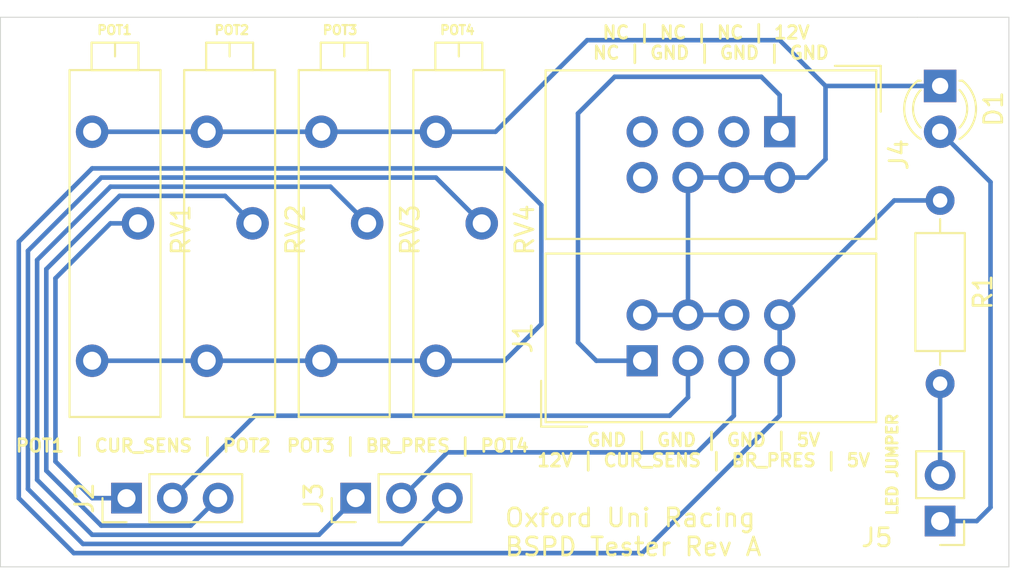
<source format=kicad_pcb>
(kicad_pcb (version 20171130) (host pcbnew 5.1.10)

  (general
    (thickness 1.6)
    (drawings 15)
    (tracks 80)
    (zones 0)
    (modules 11)
    (nets 12)
  )

  (page A4)
  (layers
    (0 F.Cu signal)
    (31 B.Cu signal)
    (32 B.Adhes user)
    (33 F.Adhes user)
    (34 B.Paste user)
    (35 F.Paste user)
    (36 B.SilkS user)
    (37 F.SilkS user)
    (38 B.Mask user)
    (39 F.Mask user)
    (40 Dwgs.User user)
    (41 Cmts.User user)
    (42 Eco1.User user)
    (43 Eco2.User user)
    (44 Edge.Cuts user)
    (45 Margin user)
    (46 B.CrtYd user)
    (47 F.CrtYd user)
    (48 B.Fab user)
    (49 F.Fab user)
  )

  (setup
    (last_trace_width 0.254)
    (trace_clearance 0.254)
    (zone_clearance 0.254)
    (zone_45_only no)
    (trace_min 0.2)
    (via_size 0.8)
    (via_drill 0.4)
    (via_min_size 0.4)
    (via_min_drill 0.3)
    (uvia_size 0.3)
    (uvia_drill 0.1)
    (uvias_allowed no)
    (uvia_min_size 0.2)
    (uvia_min_drill 0.1)
    (edge_width 0.05)
    (segment_width 0.2)
    (pcb_text_width 0.3)
    (pcb_text_size 1.5 1.5)
    (mod_edge_width 0.12)
    (mod_text_size 1 1)
    (mod_text_width 0.15)
    (pad_size 1.524 1.524)
    (pad_drill 0.762)
    (pad_to_mask_clearance 0.051)
    (solder_mask_min_width 0.25)
    (aux_axis_origin 0 0)
    (visible_elements FFFFFF7F)
    (pcbplotparams
      (layerselection 0x01000_fffffffe)
      (usegerberextensions false)
      (usegerberattributes false)
      (usegerberadvancedattributes false)
      (creategerberjobfile false)
      (excludeedgelayer true)
      (linewidth 0.100000)
      (plotframeref false)
      (viasonmask false)
      (mode 1)
      (useauxorigin false)
      (hpglpennumber 1)
      (hpglpenspeed 20)
      (hpglpendiameter 15.000000)
      (psnegative false)
      (psa4output false)
      (plotreference true)
      (plotvalue true)
      (plotinvisibletext false)
      (padsonsilk false)
      (subtractmaskfromsilk false)
      (outputformat 1)
      (mirror false)
      (drillshape 0)
      (scaleselection 1)
      (outputdirectory "gerber"))
  )

  (net 0 "")
  (net 1 /5V)
  (net 2 GND)
  (net 3 /BR_PRES)
  (net 4 /CUR_SENS)
  (net 5 /12V)
  (net 6 "Net-(J2-Pad3)")
  (net 7 "Net-(J2-Pad1)")
  (net 8 "Net-(J3-Pad3)")
  (net 9 "Net-(J3-Pad1)")
  (net 10 "Net-(D1-Pad2)")
  (net 11 "Net-(J5-Pad2)")

  (net_class Default "This is the default net class."
    (clearance 0.254)
    (trace_width 0.254)
    (via_dia 0.8)
    (via_drill 0.4)
    (uvia_dia 0.3)
    (uvia_drill 0.1)
    (add_net /12V)
    (add_net /5V)
    (add_net /BR_PRES)
    (add_net /CUR_SENS)
    (add_net GND)
    (add_net "Net-(D1-Pad2)")
    (add_net "Net-(J2-Pad1)")
    (add_net "Net-(J2-Pad3)")
    (add_net "Net-(J3-Pad1)")
    (add_net "Net-(J3-Pad3)")
    (add_net "Net-(J5-Pad2)")
  )

  (module Connector_PinHeader_2.54mm:PinHeader_1x02_P2.54mm_Vertical (layer F.Cu) (tedit 59FED5CC) (tstamp 5E380714)
    (at 95.25 100.33 180)
    (descr "Through hole straight pin header, 1x02, 2.54mm pitch, single row")
    (tags "Through hole pin header THT 1x02 2.54mm single row")
    (path /5E3A148D)
    (fp_text reference J5 (at 3.5 -0.92) (layer F.SilkS)
      (effects (font (size 1 1) (thickness 0.15)))
    )
    (fp_text value Conn_01x02 (at 0 4.87) (layer F.Fab)
      (effects (font (size 1 1) (thickness 0.15)))
    )
    (fp_line (start -0.635 -1.27) (end 1.27 -1.27) (layer F.Fab) (width 0.1))
    (fp_line (start 1.27 -1.27) (end 1.27 3.81) (layer F.Fab) (width 0.1))
    (fp_line (start 1.27 3.81) (end -1.27 3.81) (layer F.Fab) (width 0.1))
    (fp_line (start -1.27 3.81) (end -1.27 -0.635) (layer F.Fab) (width 0.1))
    (fp_line (start -1.27 -0.635) (end -0.635 -1.27) (layer F.Fab) (width 0.1))
    (fp_line (start -1.33 3.87) (end 1.33 3.87) (layer F.SilkS) (width 0.12))
    (fp_line (start -1.33 1.27) (end -1.33 3.87) (layer F.SilkS) (width 0.12))
    (fp_line (start 1.33 1.27) (end 1.33 3.87) (layer F.SilkS) (width 0.12))
    (fp_line (start -1.33 1.27) (end 1.33 1.27) (layer F.SilkS) (width 0.12))
    (fp_line (start -1.33 0) (end -1.33 -1.33) (layer F.SilkS) (width 0.12))
    (fp_line (start -1.33 -1.33) (end 0 -1.33) (layer F.SilkS) (width 0.12))
    (fp_line (start -1.8 -1.8) (end -1.8 4.35) (layer F.CrtYd) (width 0.05))
    (fp_line (start -1.8 4.35) (end 1.8 4.35) (layer F.CrtYd) (width 0.05))
    (fp_line (start 1.8 4.35) (end 1.8 -1.8) (layer F.CrtYd) (width 0.05))
    (fp_line (start 1.8 -1.8) (end -1.8 -1.8) (layer F.CrtYd) (width 0.05))
    (fp_text user %R (at 0 1.27 90) (layer F.Fab)
      (effects (font (size 1 1) (thickness 0.15)))
    )
    (pad 2 thru_hole oval (at 0 2.54 180) (size 1.7 1.7) (drill 1) (layers *.Cu *.Mask)
      (net 11 "Net-(J5-Pad2)"))
    (pad 1 thru_hole rect (at 0 0 180) (size 1.7 1.7) (drill 1) (layers *.Cu *.Mask)
      (net 10 "Net-(D1-Pad2)"))
    (model ${KISYS3DMOD}/Connector_PinHeader_2.54mm.3dshapes/PinHeader_1x02_P2.54mm_Vertical.wrl
      (at (xyz 0 0 0))
      (scale (xyz 1 1 1))
      (rotate (xyz 0 0 0))
    )
  )

  (module Resistor_THT:R_Axial_DIN0207_L6.3mm_D2.5mm_P10.16mm_Horizontal (layer F.Cu) (tedit 5AE5139B) (tstamp 5E3813C0)
    (at 95.25 82.55 270)
    (descr "Resistor, Axial_DIN0207 series, Axial, Horizontal, pin pitch=10.16mm, 0.25W = 1/4W, length*diameter=6.3*2.5mm^2, http://cdn-reichelt.de/documents/datenblatt/B400/1_4W%23YAG.pdf")
    (tags "Resistor Axial_DIN0207 series Axial Horizontal pin pitch 10.16mm 0.25W = 1/4W length 6.3mm diameter 2.5mm")
    (path /5E3AFB23)
    (fp_text reference R1 (at 5.08 -2.37 90) (layer F.SilkS)
      (effects (font (size 1 1) (thickness 0.15)))
    )
    (fp_text value 470 (at 5.08 2.37 90) (layer F.Fab)
      (effects (font (size 1 1) (thickness 0.15)))
    )
    (fp_line (start 1.93 -1.25) (end 1.93 1.25) (layer F.Fab) (width 0.1))
    (fp_line (start 1.93 1.25) (end 8.23 1.25) (layer F.Fab) (width 0.1))
    (fp_line (start 8.23 1.25) (end 8.23 -1.25) (layer F.Fab) (width 0.1))
    (fp_line (start 8.23 -1.25) (end 1.93 -1.25) (layer F.Fab) (width 0.1))
    (fp_line (start 0 0) (end 1.93 0) (layer F.Fab) (width 0.1))
    (fp_line (start 10.16 0) (end 8.23 0) (layer F.Fab) (width 0.1))
    (fp_line (start 1.81 -1.37) (end 1.81 1.37) (layer F.SilkS) (width 0.12))
    (fp_line (start 1.81 1.37) (end 8.35 1.37) (layer F.SilkS) (width 0.12))
    (fp_line (start 8.35 1.37) (end 8.35 -1.37) (layer F.SilkS) (width 0.12))
    (fp_line (start 8.35 -1.37) (end 1.81 -1.37) (layer F.SilkS) (width 0.12))
    (fp_line (start 1.04 0) (end 1.81 0) (layer F.SilkS) (width 0.12))
    (fp_line (start 9.12 0) (end 8.35 0) (layer F.SilkS) (width 0.12))
    (fp_line (start -1.05 -1.5) (end -1.05 1.5) (layer F.CrtYd) (width 0.05))
    (fp_line (start -1.05 1.5) (end 11.21 1.5) (layer F.CrtYd) (width 0.05))
    (fp_line (start 11.21 1.5) (end 11.21 -1.5) (layer F.CrtYd) (width 0.05))
    (fp_line (start 11.21 -1.5) (end -1.05 -1.5) (layer F.CrtYd) (width 0.05))
    (fp_text user %R (at 5.08 0 90) (layer F.Fab)
      (effects (font (size 1 1) (thickness 0.15)))
    )
    (pad 2 thru_hole oval (at 10.16 0 270) (size 1.6 1.6) (drill 0.8) (layers *.Cu *.Mask)
      (net 11 "Net-(J5-Pad2)"))
    (pad 1 thru_hole circle (at 0 0 270) (size 1.6 1.6) (drill 0.8) (layers *.Cu *.Mask)
      (net 1 /5V))
    (model ${KISYS3DMOD}/Resistor_THT.3dshapes/R_Axial_DIN0207_L6.3mm_D2.5mm_P10.16mm_Horizontal.wrl
      (at (xyz 0 0 0))
      (scale (xyz 1 1 1))
      (rotate (xyz 0 0 0))
    )
  )

  (module LED_THT:LED_D3.0mm (layer F.Cu) (tedit 587A3A7B) (tstamp 5E380612)
    (at 95.25 76.2 270)
    (descr "LED, diameter 3.0mm, 2 pins")
    (tags "LED diameter 3.0mm 2 pins")
    (path /5E3B0720)
    (fp_text reference D1 (at 1.27 -2.96 90) (layer F.SilkS)
      (effects (font (size 1 1) (thickness 0.15)))
    )
    (fp_text value LED (at 1.27 2.96 90) (layer F.Fab)
      (effects (font (size 1 1) (thickness 0.15)))
    )
    (fp_circle (center 1.27 0) (end 2.77 0) (layer F.Fab) (width 0.1))
    (fp_line (start -0.23 -1.16619) (end -0.23 1.16619) (layer F.Fab) (width 0.1))
    (fp_line (start -0.29 -1.236) (end -0.29 -1.08) (layer F.SilkS) (width 0.12))
    (fp_line (start -0.29 1.08) (end -0.29 1.236) (layer F.SilkS) (width 0.12))
    (fp_line (start -1.15 -2.25) (end -1.15 2.25) (layer F.CrtYd) (width 0.05))
    (fp_line (start -1.15 2.25) (end 3.7 2.25) (layer F.CrtYd) (width 0.05))
    (fp_line (start 3.7 2.25) (end 3.7 -2.25) (layer F.CrtYd) (width 0.05))
    (fp_line (start 3.7 -2.25) (end -1.15 -2.25) (layer F.CrtYd) (width 0.05))
    (fp_arc (start 1.27 0) (end 0.229039 1.08) (angle -87.9) (layer F.SilkS) (width 0.12))
    (fp_arc (start 1.27 0) (end 0.229039 -1.08) (angle 87.9) (layer F.SilkS) (width 0.12))
    (fp_arc (start 1.27 0) (end -0.29 1.235516) (angle -108.8) (layer F.SilkS) (width 0.12))
    (fp_arc (start 1.27 0) (end -0.29 -1.235516) (angle 108.8) (layer F.SilkS) (width 0.12))
    (fp_arc (start 1.27 0) (end -0.23 -1.16619) (angle 284.3) (layer F.Fab) (width 0.1))
    (pad 2 thru_hole circle (at 2.54 0 270) (size 1.8 1.8) (drill 0.9) (layers *.Cu *.Mask)
      (net 10 "Net-(D1-Pad2)"))
    (pad 1 thru_hole rect (at 0 0 270) (size 1.8 1.8) (drill 0.9) (layers *.Cu *.Mask)
      (net 2 GND))
    (model ${KISYS3DMOD}/LED_THT.3dshapes/LED_D3.0mm.wrl
      (at (xyz 0 0 0))
      (scale (xyz 1 1 1))
      (rotate (xyz 0 0 0))
    )
  )

  (module Potentiometer_THT:Potentiometer_Vishay_43_Horizontal (layer F.Cu) (tedit 5A3D4994) (tstamp 5E37D249)
    (at 67.31 91.44 270)
    (descr "Potentiometer, horizontal, Vishay 43, http://www.vishay.com/docs/57026/43.pdf")
    (tags "Potentiometer horizontal Vishay 43")
    (path /5E37CA1F)
    (fp_text reference RV4 (at -7.26 -4.92 90) (layer F.SilkS)
      (effects (font (size 1 1) (thickness 0.15)))
    )
    (fp_text value R_POT (at -7.26 2.38 90) (layer F.Fab)
      (effects (font (size 1 1) (thickness 0.15)))
    )
    (fp_line (start -16 -3.67) (end -16 1.13) (layer F.Fab) (width 0.1))
    (fp_line (start -16 1.13) (end 3 1.13) (layer F.Fab) (width 0.1))
    (fp_line (start 3 1.13) (end 3 -3.67) (layer F.Fab) (width 0.1))
    (fp_line (start 3 -3.67) (end -16 -3.67) (layer F.Fab) (width 0.1))
    (fp_line (start -17.52 -2.45) (end -17.52 -0.09) (layer F.Fab) (width 0.1))
    (fp_line (start -17.52 -0.09) (end -16 -0.09) (layer F.Fab) (width 0.1))
    (fp_line (start -16 -0.09) (end -16 -2.45) (layer F.Fab) (width 0.1))
    (fp_line (start -16 -2.45) (end -17.52 -2.45) (layer F.Fab) (width 0.1))
    (fp_line (start -17.52 -1.27) (end -16.76 -1.27) (layer F.Fab) (width 0.1))
    (fp_line (start -16.12 -3.79) (end 3.12 -3.79) (layer F.SilkS) (width 0.12))
    (fp_line (start -16.12 1.25) (end 3.12 1.25) (layer F.SilkS) (width 0.12))
    (fp_line (start -16.12 -3.79) (end -16.12 1.25) (layer F.SilkS) (width 0.12))
    (fp_line (start 3.12 -3.79) (end 3.12 1.25) (layer F.SilkS) (width 0.12))
    (fp_line (start -17.64 -2.57) (end -16.121 -2.57) (layer F.SilkS) (width 0.12))
    (fp_line (start -17.64 0.03) (end -16.121 0.03) (layer F.SilkS) (width 0.12))
    (fp_line (start -17.64 -2.57) (end -17.64 0.03) (layer F.SilkS) (width 0.12))
    (fp_line (start -16.121 -2.57) (end -16.121 0.03) (layer F.SilkS) (width 0.12))
    (fp_line (start -17.64 -1.27) (end -16.881 -1.27) (layer F.SilkS) (width 0.12))
    (fp_line (start -17.8 -3.95) (end -17.8 1.4) (layer F.CrtYd) (width 0.05))
    (fp_line (start -17.8 1.4) (end 3.25 1.4) (layer F.CrtYd) (width 0.05))
    (fp_line (start 3.25 1.4) (end 3.25 -3.95) (layer F.CrtYd) (width 0.05))
    (fp_line (start 3.25 -3.95) (end -17.8 -3.95) (layer F.CrtYd) (width 0.05))
    (fp_text user %R (at -6.5 -1.27 90) (layer F.Fab)
      (effects (font (size 1 1) (thickness 0.15)))
    )
    (pad 3 thru_hole circle (at -12.7 0 270) (size 1.8 1.8) (drill 1) (layers *.Cu *.Mask)
      (net 2 GND))
    (pad 2 thru_hole circle (at -7.62 -2.54 270) (size 1.8 1.8) (drill 1) (layers *.Cu *.Mask)
      (net 8 "Net-(J3-Pad3)"))
    (pad 1 thru_hole circle (at 0 0 270) (size 1.8 1.8) (drill 1) (layers *.Cu *.Mask)
      (net 1 /5V))
    (model ${KISYS3DMOD}/Potentiometer_THT.3dshapes/Potentiometer_Vishay_43_Horizontal.wrl
      (at (xyz 0 0 0))
      (scale (xyz 1 1 1))
      (rotate (xyz 0 0 0))
    )
  )

  (module Potentiometer_THT:Potentiometer_Vishay_43_Horizontal (layer F.Cu) (tedit 5A3D4994) (tstamp 5E37C725)
    (at 60.96 91.44 270)
    (descr "Potentiometer, horizontal, Vishay 43, http://www.vishay.com/docs/57026/43.pdf")
    (tags "Potentiometer horizontal Vishay 43")
    (path /5E37CA19)
    (fp_text reference RV3 (at -7.26 -4.92 90) (layer F.SilkS)
      (effects (font (size 1 1) (thickness 0.15)))
    )
    (fp_text value R_POT (at -7.26 2.38 90) (layer F.Fab)
      (effects (font (size 1 1) (thickness 0.15)))
    )
    (fp_line (start -16 -3.67) (end -16 1.13) (layer F.Fab) (width 0.1))
    (fp_line (start -16 1.13) (end 3 1.13) (layer F.Fab) (width 0.1))
    (fp_line (start 3 1.13) (end 3 -3.67) (layer F.Fab) (width 0.1))
    (fp_line (start 3 -3.67) (end -16 -3.67) (layer F.Fab) (width 0.1))
    (fp_line (start -17.52 -2.45) (end -17.52 -0.09) (layer F.Fab) (width 0.1))
    (fp_line (start -17.52 -0.09) (end -16 -0.09) (layer F.Fab) (width 0.1))
    (fp_line (start -16 -0.09) (end -16 -2.45) (layer F.Fab) (width 0.1))
    (fp_line (start -16 -2.45) (end -17.52 -2.45) (layer F.Fab) (width 0.1))
    (fp_line (start -17.52 -1.27) (end -16.76 -1.27) (layer F.Fab) (width 0.1))
    (fp_line (start -16.12 -3.79) (end 3.12 -3.79) (layer F.SilkS) (width 0.12))
    (fp_line (start -16.12 1.25) (end 3.12 1.25) (layer F.SilkS) (width 0.12))
    (fp_line (start -16.12 -3.79) (end -16.12 1.25) (layer F.SilkS) (width 0.12))
    (fp_line (start 3.12 -3.79) (end 3.12 1.25) (layer F.SilkS) (width 0.12))
    (fp_line (start -17.64 -2.57) (end -16.121 -2.57) (layer F.SilkS) (width 0.12))
    (fp_line (start -17.64 0.03) (end -16.121 0.03) (layer F.SilkS) (width 0.12))
    (fp_line (start -17.64 -2.57) (end -17.64 0.03) (layer F.SilkS) (width 0.12))
    (fp_line (start -16.121 -2.57) (end -16.121 0.03) (layer F.SilkS) (width 0.12))
    (fp_line (start -17.64 -1.27) (end -16.881 -1.27) (layer F.SilkS) (width 0.12))
    (fp_line (start -17.8 -3.95) (end -17.8 1.4) (layer F.CrtYd) (width 0.05))
    (fp_line (start -17.8 1.4) (end 3.25 1.4) (layer F.CrtYd) (width 0.05))
    (fp_line (start 3.25 1.4) (end 3.25 -3.95) (layer F.CrtYd) (width 0.05))
    (fp_line (start 3.25 -3.95) (end -17.8 -3.95) (layer F.CrtYd) (width 0.05))
    (fp_text user %R (at -6.5 -1.27 90) (layer F.Fab)
      (effects (font (size 1 1) (thickness 0.15)))
    )
    (pad 3 thru_hole circle (at -12.7 0 270) (size 1.8 1.8) (drill 1) (layers *.Cu *.Mask)
      (net 2 GND))
    (pad 2 thru_hole circle (at -7.62 -2.54 270) (size 1.8 1.8) (drill 1) (layers *.Cu *.Mask)
      (net 9 "Net-(J3-Pad1)"))
    (pad 1 thru_hole circle (at 0 0 270) (size 1.8 1.8) (drill 1) (layers *.Cu *.Mask)
      (net 1 /5V))
    (model ${KISYS3DMOD}/Potentiometer_THT.3dshapes/Potentiometer_Vishay_43_Horizontal.wrl
      (at (xyz 0 0 0))
      (scale (xyz 1 1 1))
      (rotate (xyz 0 0 0))
    )
  )

  (module Potentiometer_THT:Potentiometer_Vishay_43_Horizontal (layer F.Cu) (tedit 5A3D4994) (tstamp 5E37C707)
    (at 54.61 91.44 270)
    (descr "Potentiometer, horizontal, Vishay 43, http://www.vishay.com/docs/57026/43.pdf")
    (tags "Potentiometer horizontal Vishay 43")
    (path /5E379A59)
    (fp_text reference RV2 (at -7.26 -4.92 90) (layer F.SilkS)
      (effects (font (size 1 1) (thickness 0.15)))
    )
    (fp_text value R_POT (at -7.26 2.38 90) (layer F.Fab)
      (effects (font (size 1 1) (thickness 0.15)))
    )
    (fp_line (start -16 -3.67) (end -16 1.13) (layer F.Fab) (width 0.1))
    (fp_line (start -16 1.13) (end 3 1.13) (layer F.Fab) (width 0.1))
    (fp_line (start 3 1.13) (end 3 -3.67) (layer F.Fab) (width 0.1))
    (fp_line (start 3 -3.67) (end -16 -3.67) (layer F.Fab) (width 0.1))
    (fp_line (start -17.52 -2.45) (end -17.52 -0.09) (layer F.Fab) (width 0.1))
    (fp_line (start -17.52 -0.09) (end -16 -0.09) (layer F.Fab) (width 0.1))
    (fp_line (start -16 -0.09) (end -16 -2.45) (layer F.Fab) (width 0.1))
    (fp_line (start -16 -2.45) (end -17.52 -2.45) (layer F.Fab) (width 0.1))
    (fp_line (start -17.52 -1.27) (end -16.76 -1.27) (layer F.Fab) (width 0.1))
    (fp_line (start -16.12 -3.79) (end 3.12 -3.79) (layer F.SilkS) (width 0.12))
    (fp_line (start -16.12 1.25) (end 3.12 1.25) (layer F.SilkS) (width 0.12))
    (fp_line (start -16.12 -3.79) (end -16.12 1.25) (layer F.SilkS) (width 0.12))
    (fp_line (start 3.12 -3.79) (end 3.12 1.25) (layer F.SilkS) (width 0.12))
    (fp_line (start -17.64 -2.57) (end -16.121 -2.57) (layer F.SilkS) (width 0.12))
    (fp_line (start -17.64 0.03) (end -16.121 0.03) (layer F.SilkS) (width 0.12))
    (fp_line (start -17.64 -2.57) (end -17.64 0.03) (layer F.SilkS) (width 0.12))
    (fp_line (start -16.121 -2.57) (end -16.121 0.03) (layer F.SilkS) (width 0.12))
    (fp_line (start -17.64 -1.27) (end -16.881 -1.27) (layer F.SilkS) (width 0.12))
    (fp_line (start -17.8 -3.95) (end -17.8 1.4) (layer F.CrtYd) (width 0.05))
    (fp_line (start -17.8 1.4) (end 3.25 1.4) (layer F.CrtYd) (width 0.05))
    (fp_line (start 3.25 1.4) (end 3.25 -3.95) (layer F.CrtYd) (width 0.05))
    (fp_line (start 3.25 -3.95) (end -17.8 -3.95) (layer F.CrtYd) (width 0.05))
    (fp_text user %R (at -6.5 -1.27 90) (layer F.Fab)
      (effects (font (size 1 1) (thickness 0.15)))
    )
    (pad 3 thru_hole circle (at -12.7 0 270) (size 1.8 1.8) (drill 1) (layers *.Cu *.Mask)
      (net 2 GND))
    (pad 2 thru_hole circle (at -7.62 -2.54 270) (size 1.8 1.8) (drill 1) (layers *.Cu *.Mask)
      (net 6 "Net-(J2-Pad3)"))
    (pad 1 thru_hole circle (at 0 0 270) (size 1.8 1.8) (drill 1) (layers *.Cu *.Mask)
      (net 1 /5V))
    (model ${KISYS3DMOD}/Potentiometer_THT.3dshapes/Potentiometer_Vishay_43_Horizontal.wrl
      (at (xyz 0 0 0))
      (scale (xyz 1 1 1))
      (rotate (xyz 0 0 0))
    )
  )

  (module Potentiometer_THT:Potentiometer_Vishay_43_Horizontal (layer F.Cu) (tedit 5A3D4994) (tstamp 5E37E07F)
    (at 48.26 91.44 270)
    (descr "Potentiometer, horizontal, Vishay 43, http://www.vishay.com/docs/57026/43.pdf")
    (tags "Potentiometer horizontal Vishay 43")
    (path /5E377A08)
    (fp_text reference RV1 (at -7.26 -4.92 90) (layer F.SilkS)
      (effects (font (size 1 1) (thickness 0.15)))
    )
    (fp_text value R_POT (at -7.26 2.38 90) (layer F.Fab)
      (effects (font (size 1 1) (thickness 0.15)))
    )
    (fp_line (start -16 -3.67) (end -16 1.13) (layer F.Fab) (width 0.1))
    (fp_line (start -16 1.13) (end 3 1.13) (layer F.Fab) (width 0.1))
    (fp_line (start 3 1.13) (end 3 -3.67) (layer F.Fab) (width 0.1))
    (fp_line (start 3 -3.67) (end -16 -3.67) (layer F.Fab) (width 0.1))
    (fp_line (start -17.52 -2.45) (end -17.52 -0.09) (layer F.Fab) (width 0.1))
    (fp_line (start -17.52 -0.09) (end -16 -0.09) (layer F.Fab) (width 0.1))
    (fp_line (start -16 -0.09) (end -16 -2.45) (layer F.Fab) (width 0.1))
    (fp_line (start -16 -2.45) (end -17.52 -2.45) (layer F.Fab) (width 0.1))
    (fp_line (start -17.52 -1.27) (end -16.76 -1.27) (layer F.Fab) (width 0.1))
    (fp_line (start -16.12 -3.79) (end 3.12 -3.79) (layer F.SilkS) (width 0.12))
    (fp_line (start -16.12 1.25) (end 3.12 1.25) (layer F.SilkS) (width 0.12))
    (fp_line (start -16.12 -3.79) (end -16.12 1.25) (layer F.SilkS) (width 0.12))
    (fp_line (start 3.12 -3.79) (end 3.12 1.25) (layer F.SilkS) (width 0.12))
    (fp_line (start -17.64 -2.57) (end -16.121 -2.57) (layer F.SilkS) (width 0.12))
    (fp_line (start -17.64 0.03) (end -16.121 0.03) (layer F.SilkS) (width 0.12))
    (fp_line (start -17.64 -2.57) (end -17.64 0.03) (layer F.SilkS) (width 0.12))
    (fp_line (start -16.121 -2.57) (end -16.121 0.03) (layer F.SilkS) (width 0.12))
    (fp_line (start -17.64 -1.27) (end -16.881 -1.27) (layer F.SilkS) (width 0.12))
    (fp_line (start -17.8 -3.95) (end -17.8 1.4) (layer F.CrtYd) (width 0.05))
    (fp_line (start -17.8 1.4) (end 3.25 1.4) (layer F.CrtYd) (width 0.05))
    (fp_line (start 3.25 1.4) (end 3.25 -3.95) (layer F.CrtYd) (width 0.05))
    (fp_line (start 3.25 -3.95) (end -17.8 -3.95) (layer F.CrtYd) (width 0.05))
    (fp_text user %R (at -6.5 -1.27 90) (layer F.Fab)
      (effects (font (size 1 1) (thickness 0.15)))
    )
    (pad 3 thru_hole circle (at -12.7 0 270) (size 1.8 1.8) (drill 1) (layers *.Cu *.Mask)
      (net 2 GND))
    (pad 2 thru_hole circle (at -7.62 -2.54 270) (size 1.8 1.8) (drill 1) (layers *.Cu *.Mask)
      (net 7 "Net-(J2-Pad1)"))
    (pad 1 thru_hole circle (at 0 0 270) (size 1.8 1.8) (drill 1) (layers *.Cu *.Mask)
      (net 1 /5V))
    (model ${KISYS3DMOD}/Potentiometer_THT.3dshapes/Potentiometer_Vishay_43_Horizontal.wrl
      (at (xyz 0 0 0))
      (scale (xyz 1 1 1))
      (rotate (xyz 0 0 0))
    )
  )

  (module Connector_IDC:IDC-Header_2x04_P2.54mm_Vertical (layer F.Cu) (tedit 59DE070F) (tstamp 5E37CFDD)
    (at 86.36 78.74 270)
    (descr "Through hole straight IDC box header, 2x04, 2.54mm pitch, double rows")
    (tags "Through hole IDC box header THT 2x04 2.54mm double row")
    (path /5E376955)
    (fp_text reference J4 (at 1.27 -6.604 90) (layer F.SilkS)
      (effects (font (size 1 1) (thickness 0.15)))
    )
    (fp_text value Conn_02x04_Odd_Even (at 1.27 14.224 90) (layer F.Fab)
      (effects (font (size 1 1) (thickness 0.15)))
    )
    (fp_line (start 5.695 -5.1) (end 5.695 12.72) (layer F.Fab) (width 0.1))
    (fp_line (start 5.145 -4.56) (end 5.145 12.16) (layer F.Fab) (width 0.1))
    (fp_line (start -3.155 -5.1) (end -3.155 12.72) (layer F.Fab) (width 0.1))
    (fp_line (start -2.605 -4.56) (end -2.605 1.56) (layer F.Fab) (width 0.1))
    (fp_line (start -2.605 6.06) (end -2.605 12.16) (layer F.Fab) (width 0.1))
    (fp_line (start -2.605 1.56) (end -3.155 1.56) (layer F.Fab) (width 0.1))
    (fp_line (start -2.605 6.06) (end -3.155 6.06) (layer F.Fab) (width 0.1))
    (fp_line (start 5.695 -5.1) (end -3.155 -5.1) (layer F.Fab) (width 0.1))
    (fp_line (start 5.145 -4.56) (end -2.605 -4.56) (layer F.Fab) (width 0.1))
    (fp_line (start 5.695 12.72) (end -3.155 12.72) (layer F.Fab) (width 0.1))
    (fp_line (start 5.145 12.16) (end -2.605 12.16) (layer F.Fab) (width 0.1))
    (fp_line (start 5.695 -5.1) (end 5.145 -4.56) (layer F.Fab) (width 0.1))
    (fp_line (start 5.695 12.72) (end 5.145 12.16) (layer F.Fab) (width 0.1))
    (fp_line (start -3.155 -5.1) (end -2.605 -4.56) (layer F.Fab) (width 0.1))
    (fp_line (start -3.155 12.72) (end -2.605 12.16) (layer F.Fab) (width 0.1))
    (fp_line (start 5.95 -5.35) (end 5.95 12.97) (layer F.CrtYd) (width 0.05))
    (fp_line (start 5.95 12.97) (end -3.41 12.97) (layer F.CrtYd) (width 0.05))
    (fp_line (start -3.41 12.97) (end -3.41 -5.35) (layer F.CrtYd) (width 0.05))
    (fp_line (start -3.41 -5.35) (end 5.95 -5.35) (layer F.CrtYd) (width 0.05))
    (fp_line (start 5.945 -5.35) (end 5.945 12.97) (layer F.SilkS) (width 0.12))
    (fp_line (start 5.945 12.97) (end -3.405 12.97) (layer F.SilkS) (width 0.12))
    (fp_line (start -3.405 12.97) (end -3.405 -5.35) (layer F.SilkS) (width 0.12))
    (fp_line (start -3.405 -5.35) (end 5.945 -5.35) (layer F.SilkS) (width 0.12))
    (fp_line (start -3.655 -5.6) (end -3.655 -3.06) (layer F.SilkS) (width 0.12))
    (fp_line (start -3.655 -5.6) (end -1.115 -5.6) (layer F.SilkS) (width 0.12))
    (fp_text user %R (at 1.27 3.81 90) (layer F.Fab)
      (effects (font (size 1 1) (thickness 0.15)))
    )
    (pad 8 thru_hole oval (at 2.54 7.62 270) (size 1.7272 1.7272) (drill 1.016) (layers *.Cu *.Mask))
    (pad 7 thru_hole oval (at 0 7.62 270) (size 1.7272 1.7272) (drill 1.016) (layers *.Cu *.Mask))
    (pad 6 thru_hole oval (at 2.54 5.08 270) (size 1.7272 1.7272) (drill 1.016) (layers *.Cu *.Mask)
      (net 2 GND))
    (pad 5 thru_hole oval (at 0 5.08 270) (size 1.7272 1.7272) (drill 1.016) (layers *.Cu *.Mask))
    (pad 4 thru_hole oval (at 2.54 2.54 270) (size 1.7272 1.7272) (drill 1.016) (layers *.Cu *.Mask)
      (net 2 GND))
    (pad 3 thru_hole oval (at 0 2.54 270) (size 1.7272 1.7272) (drill 1.016) (layers *.Cu *.Mask))
    (pad 2 thru_hole oval (at 2.54 0 270) (size 1.7272 1.7272) (drill 1.016) (layers *.Cu *.Mask)
      (net 2 GND))
    (pad 1 thru_hole rect (at 0 0 270) (size 1.7272 1.7272) (drill 1.016) (layers *.Cu *.Mask)
      (net 5 /12V))
    (model ${KISYS3DMOD}/Connector_IDC.3dshapes/IDC-Header_2x04_P2.54mm_Vertical.wrl
      (at (xyz 0 0 0))
      (scale (xyz 1 1 1))
      (rotate (xyz 0 0 0))
    )
  )

  (module Connector_PinHeader_2.54mm:PinHeader_1x03_P2.54mm_Vertical (layer F.Cu) (tedit 59FED5CC) (tstamp 5E37C6A5)
    (at 62.865 99.06 90)
    (descr "Through hole straight pin header, 1x03, 2.54mm pitch, single row")
    (tags "Through hole pin header THT 1x03 2.54mm single row")
    (path /5E37CA13)
    (fp_text reference J3 (at 0 -2.33 90) (layer F.SilkS)
      (effects (font (size 1 1) (thickness 0.15)))
    )
    (fp_text value Conn_01x03 (at 0 7.41 90) (layer F.Fab)
      (effects (font (size 1 1) (thickness 0.15)))
    )
    (fp_line (start -0.635 -1.27) (end 1.27 -1.27) (layer F.Fab) (width 0.1))
    (fp_line (start 1.27 -1.27) (end 1.27 6.35) (layer F.Fab) (width 0.1))
    (fp_line (start 1.27 6.35) (end -1.27 6.35) (layer F.Fab) (width 0.1))
    (fp_line (start -1.27 6.35) (end -1.27 -0.635) (layer F.Fab) (width 0.1))
    (fp_line (start -1.27 -0.635) (end -0.635 -1.27) (layer F.Fab) (width 0.1))
    (fp_line (start -1.33 6.41) (end 1.33 6.41) (layer F.SilkS) (width 0.12))
    (fp_line (start -1.33 1.27) (end -1.33 6.41) (layer F.SilkS) (width 0.12))
    (fp_line (start 1.33 1.27) (end 1.33 6.41) (layer F.SilkS) (width 0.12))
    (fp_line (start -1.33 1.27) (end 1.33 1.27) (layer F.SilkS) (width 0.12))
    (fp_line (start -1.33 0) (end -1.33 -1.33) (layer F.SilkS) (width 0.12))
    (fp_line (start -1.33 -1.33) (end 0 -1.33) (layer F.SilkS) (width 0.12))
    (fp_line (start -1.8 -1.8) (end -1.8 6.85) (layer F.CrtYd) (width 0.05))
    (fp_line (start -1.8 6.85) (end 1.8 6.85) (layer F.CrtYd) (width 0.05))
    (fp_line (start 1.8 6.85) (end 1.8 -1.8) (layer F.CrtYd) (width 0.05))
    (fp_line (start 1.8 -1.8) (end -1.8 -1.8) (layer F.CrtYd) (width 0.05))
    (fp_text user %R (at 0 2.54) (layer F.Fab)
      (effects (font (size 1 1) (thickness 0.15)))
    )
    (pad 3 thru_hole oval (at 0 5.08 90) (size 1.7 1.7) (drill 1) (layers *.Cu *.Mask)
      (net 8 "Net-(J3-Pad3)"))
    (pad 2 thru_hole oval (at 0 2.54 90) (size 1.7 1.7) (drill 1) (layers *.Cu *.Mask)
      (net 3 /BR_PRES))
    (pad 1 thru_hole rect (at 0 0 90) (size 1.7 1.7) (drill 1) (layers *.Cu *.Mask)
      (net 9 "Net-(J3-Pad1)"))
    (model ${KISYS3DMOD}/Connector_PinHeader_2.54mm.3dshapes/PinHeader_1x03_P2.54mm_Vertical.wrl
      (at (xyz 0 0 0))
      (scale (xyz 1 1 1))
      (rotate (xyz 0 0 0))
    )
  )

  (module Connector_PinHeader_2.54mm:PinHeader_1x03_P2.54mm_Vertical (layer F.Cu) (tedit 59FED5CC) (tstamp 5E37C68E)
    (at 50.165 99.06 90)
    (descr "Through hole straight pin header, 1x03, 2.54mm pitch, single row")
    (tags "Through hole pin header THT 1x03 2.54mm single row")
    (path /5E3787E9)
    (fp_text reference J2 (at 0 -2.33 90) (layer F.SilkS)
      (effects (font (size 1 1) (thickness 0.15)))
    )
    (fp_text value Conn_01x03 (at 0 7.41 90) (layer F.Fab)
      (effects (font (size 1 1) (thickness 0.15)))
    )
    (fp_line (start -0.635 -1.27) (end 1.27 -1.27) (layer F.Fab) (width 0.1))
    (fp_line (start 1.27 -1.27) (end 1.27 6.35) (layer F.Fab) (width 0.1))
    (fp_line (start 1.27 6.35) (end -1.27 6.35) (layer F.Fab) (width 0.1))
    (fp_line (start -1.27 6.35) (end -1.27 -0.635) (layer F.Fab) (width 0.1))
    (fp_line (start -1.27 -0.635) (end -0.635 -1.27) (layer F.Fab) (width 0.1))
    (fp_line (start -1.33 6.41) (end 1.33 6.41) (layer F.SilkS) (width 0.12))
    (fp_line (start -1.33 1.27) (end -1.33 6.41) (layer F.SilkS) (width 0.12))
    (fp_line (start 1.33 1.27) (end 1.33 6.41) (layer F.SilkS) (width 0.12))
    (fp_line (start -1.33 1.27) (end 1.33 1.27) (layer F.SilkS) (width 0.12))
    (fp_line (start -1.33 0) (end -1.33 -1.33) (layer F.SilkS) (width 0.12))
    (fp_line (start -1.33 -1.33) (end 0 -1.33) (layer F.SilkS) (width 0.12))
    (fp_line (start -1.8 -1.8) (end -1.8 6.85) (layer F.CrtYd) (width 0.05))
    (fp_line (start -1.8 6.85) (end 1.8 6.85) (layer F.CrtYd) (width 0.05))
    (fp_line (start 1.8 6.85) (end 1.8 -1.8) (layer F.CrtYd) (width 0.05))
    (fp_line (start 1.8 -1.8) (end -1.8 -1.8) (layer F.CrtYd) (width 0.05))
    (fp_text user %R (at 0 2.54) (layer F.Fab)
      (effects (font (size 1 1) (thickness 0.15)))
    )
    (pad 3 thru_hole oval (at 0 5.08 90) (size 1.7 1.7) (drill 1) (layers *.Cu *.Mask)
      (net 6 "Net-(J2-Pad3)"))
    (pad 2 thru_hole oval (at 0 2.54 90) (size 1.7 1.7) (drill 1) (layers *.Cu *.Mask)
      (net 4 /CUR_SENS))
    (pad 1 thru_hole rect (at 0 0 90) (size 1.7 1.7) (drill 1) (layers *.Cu *.Mask)
      (net 7 "Net-(J2-Pad1)"))
    (model ${KISYS3DMOD}/Connector_PinHeader_2.54mm.3dshapes/PinHeader_1x03_P2.54mm_Vertical.wrl
      (at (xyz 0 0 0))
      (scale (xyz 1 1 1))
      (rotate (xyz 0 0 0))
    )
  )

  (module Connector_IDC:IDC-Header_2x04_P2.54mm_Vertical (layer F.Cu) (tedit 59DE070F) (tstamp 5E37C677)
    (at 78.74 91.44 90)
    (descr "Through hole straight IDC box header, 2x04, 2.54mm pitch, double rows")
    (tags "Through hole IDC box header THT 2x04 2.54mm double row")
    (path /5E374871)
    (fp_text reference J1 (at 1.27 -6.604 90) (layer F.SilkS)
      (effects (font (size 1 1) (thickness 0.15)))
    )
    (fp_text value Conn_02x04_Odd_Even (at 1.27 14.224 90) (layer F.Fab)
      (effects (font (size 1 1) (thickness 0.15)))
    )
    (fp_line (start 5.695 -5.1) (end 5.695 12.72) (layer F.Fab) (width 0.1))
    (fp_line (start 5.145 -4.56) (end 5.145 12.16) (layer F.Fab) (width 0.1))
    (fp_line (start -3.155 -5.1) (end -3.155 12.72) (layer F.Fab) (width 0.1))
    (fp_line (start -2.605 -4.56) (end -2.605 1.56) (layer F.Fab) (width 0.1))
    (fp_line (start -2.605 6.06) (end -2.605 12.16) (layer F.Fab) (width 0.1))
    (fp_line (start -2.605 1.56) (end -3.155 1.56) (layer F.Fab) (width 0.1))
    (fp_line (start -2.605 6.06) (end -3.155 6.06) (layer F.Fab) (width 0.1))
    (fp_line (start 5.695 -5.1) (end -3.155 -5.1) (layer F.Fab) (width 0.1))
    (fp_line (start 5.145 -4.56) (end -2.605 -4.56) (layer F.Fab) (width 0.1))
    (fp_line (start 5.695 12.72) (end -3.155 12.72) (layer F.Fab) (width 0.1))
    (fp_line (start 5.145 12.16) (end -2.605 12.16) (layer F.Fab) (width 0.1))
    (fp_line (start 5.695 -5.1) (end 5.145 -4.56) (layer F.Fab) (width 0.1))
    (fp_line (start 5.695 12.72) (end 5.145 12.16) (layer F.Fab) (width 0.1))
    (fp_line (start -3.155 -5.1) (end -2.605 -4.56) (layer F.Fab) (width 0.1))
    (fp_line (start -3.155 12.72) (end -2.605 12.16) (layer F.Fab) (width 0.1))
    (fp_line (start 5.95 -5.35) (end 5.95 12.97) (layer F.CrtYd) (width 0.05))
    (fp_line (start 5.95 12.97) (end -3.41 12.97) (layer F.CrtYd) (width 0.05))
    (fp_line (start -3.41 12.97) (end -3.41 -5.35) (layer F.CrtYd) (width 0.05))
    (fp_line (start -3.41 -5.35) (end 5.95 -5.35) (layer F.CrtYd) (width 0.05))
    (fp_line (start 5.945 -5.35) (end 5.945 12.97) (layer F.SilkS) (width 0.12))
    (fp_line (start 5.945 12.97) (end -3.405 12.97) (layer F.SilkS) (width 0.12))
    (fp_line (start -3.405 12.97) (end -3.405 -5.35) (layer F.SilkS) (width 0.12))
    (fp_line (start -3.405 -5.35) (end 5.945 -5.35) (layer F.SilkS) (width 0.12))
    (fp_line (start -3.655 -5.6) (end -3.655 -3.06) (layer F.SilkS) (width 0.12))
    (fp_line (start -3.655 -5.6) (end -1.115 -5.6) (layer F.SilkS) (width 0.12))
    (fp_text user %R (at 1.27 3.81 90) (layer F.Fab)
      (effects (font (size 1 1) (thickness 0.15)))
    )
    (pad 8 thru_hole oval (at 2.54 7.62 90) (size 1.7272 1.7272) (drill 1.016) (layers *.Cu *.Mask)
      (net 1 /5V))
    (pad 7 thru_hole oval (at 0 7.62 90) (size 1.7272 1.7272) (drill 1.016) (layers *.Cu *.Mask)
      (net 1 /5V))
    (pad 6 thru_hole oval (at 2.54 5.08 90) (size 1.7272 1.7272) (drill 1.016) (layers *.Cu *.Mask)
      (net 2 GND))
    (pad 5 thru_hole oval (at 0 5.08 90) (size 1.7272 1.7272) (drill 1.016) (layers *.Cu *.Mask)
      (net 3 /BR_PRES))
    (pad 4 thru_hole oval (at 2.54 2.54 90) (size 1.7272 1.7272) (drill 1.016) (layers *.Cu *.Mask)
      (net 2 GND))
    (pad 3 thru_hole oval (at 0 2.54 90) (size 1.7272 1.7272) (drill 1.016) (layers *.Cu *.Mask)
      (net 4 /CUR_SENS))
    (pad 2 thru_hole oval (at 2.54 0 90) (size 1.7272 1.7272) (drill 1.016) (layers *.Cu *.Mask)
      (net 2 GND))
    (pad 1 thru_hole rect (at 0 0 90) (size 1.7272 1.7272) (drill 1.016) (layers *.Cu *.Mask)
      (net 5 /12V))
    (model ${KISYS3DMOD}/Connector_IDC.3dshapes/IDC-Header_2x04_P2.54mm_Vertical.wrl
      (at (xyz 0 0 0))
      (scale (xyz 1 1 1))
      (rotate (xyz 0 0 0))
    )
  )

  (gr_text POT4 (at 68.5 73.1) (layer F.SilkS) (tstamp 619532A9)
    (effects (font (size 0.5 0.5) (thickness 0.125)))
  )
  (gr_text "POT3\n" (at 62 73.1) (layer F.SilkS) (tstamp 619532A9)
    (effects (font (size 0.5 0.5) (thickness 0.125)))
  )
  (gr_text POT2 (at 56 73.1) (layer F.SilkS) (tstamp 619532A9)
    (effects (font (size 0.5 0.5) (thickness 0.125)))
  )
  (gr_text "POT1\n" (at 49.5 73.1) (layer F.SilkS) (tstamp 61953299)
    (effects (font (size 0.5 0.5) (thickness 0.125)))
  )
  (gr_text "POT1 | CUR_SENS | POT2" (at 51.1 96.15) (layer F.SilkS) (tstamp 61953252)
    (effects (font (size 0.7 0.7) (thickness 0.15)))
  )
  (gr_text "POT3 | BR_PRES | POT4\n" (at 65.75 96.15) (layer F.SilkS) (tstamp 61953165)
    (effects (font (size 0.7 0.7) (thickness 0.15)))
  )
  (gr_text "LED JUMPER" (at 92.6 97.2 90) (layer F.SilkS)
    (effects (font (size 0.6 0.6) (thickness 0.15)))
  )
  (gr_text "NC | NC | NC | 12V \nNC | GND | GND | GND" (at 82.55 73.8) (layer F.SilkS) (tstamp 61953165)
    (effects (font (size 0.7 0.7) (thickness 0.15)))
  )
  (gr_text "GND | GND | GND | 5V\n12V | CUR_SENS | BR_PRES | 5V" (at 82.15 96.4) (layer F.SilkS)
    (effects (font (size 0.7 0.7) (thickness 0.15)))
  )
  (gr_text "Oxford Uni Racing\nBSPD Tester Rev A\n" (at 71.05 100.95) (layer F.SilkS)
    (effects (font (size 1 1) (thickness 0.15)) (justify left))
  )
  (gr_line (start 99.06 72.39) (end 93.98 72.39) (layer Edge.Cuts) (width 0.05) (tstamp 5E38226A))
  (gr_line (start 99.06 102.87) (end 99.06 72.39) (layer Edge.Cuts) (width 0.05))
  (gr_line (start 93.98 72.39) (end 43.18 72.39) (layer Edge.Cuts) (width 0.05) (tstamp 5E37EF72))
  (gr_line (start 43.18 102.87) (end 99.06 102.87) (layer Edge.Cuts) (width 0.05))
  (gr_line (start 43.18 72.39) (end 43.18 102.87) (layer Edge.Cuts) (width 0.05))

  (segment (start 48.26 91.44) (end 54.61 91.44) (width 0.254) (layer B.Cu) (net 1))
  (segment (start 54.61 91.44) (end 60.96 91.44) (width 0.254) (layer B.Cu) (net 1))
  (segment (start 60.96 91.44) (end 67.31 91.44) (width 0.254) (layer B.Cu) (net 1))
  (segment (start 86.36 88.9) (end 86.36 91.44) (width 0.254) (layer B.Cu) (net 1))
  (segment (start 92.71 82.55) (end 86.36 88.9) (width 0.254) (layer B.Cu) (net 1))
  (segment (start 95.25 82.55) (end 92.71 82.55) (width 0.254) (layer B.Cu) (net 1))
  (segment (start 73.152 82.804) (end 73.152 89.408) (width 0.254) (layer B.Cu) (net 1))
  (segment (start 71.12 91.44) (end 67.31 91.44) (width 0.254) (layer B.Cu) (net 1))
  (segment (start 48.26 80.772) (end 71.12 80.772) (width 0.254) (layer B.Cu) (net 1))
  (segment (start 44.196 84.836) (end 48.26 80.772) (width 0.254) (layer B.Cu) (net 1))
  (segment (start 71.12 80.772) (end 73.152 82.804) (width 0.254) (layer B.Cu) (net 1))
  (segment (start 44.196 99.06) (end 44.196 84.836) (width 0.254) (layer B.Cu) (net 1))
  (segment (start 73.152 89.408) (end 71.12 91.44) (width 0.254) (layer B.Cu) (net 1))
  (segment (start 47.244 102.108) (end 44.196 99.06) (width 0.254) (layer B.Cu) (net 1))
  (segment (start 86.36 94.488) (end 78.74 102.108) (width 0.254) (layer B.Cu) (net 1))
  (segment (start 78.74 102.108) (end 47.244 102.108) (width 0.254) (layer B.Cu) (net 1))
  (segment (start 86.36 91.44) (end 86.36 94.488) (width 0.254) (layer B.Cu) (net 1))
  (segment (start 67.31 78.74) (end 60.96 78.74) (width 0.254) (layer B.Cu) (net 2))
  (segment (start 60.96 78.74) (end 54.61 78.74) (width 0.254) (layer B.Cu) (net 2))
  (segment (start 54.61 78.74) (end 48.26 78.74) (width 0.254) (layer B.Cu) (net 2))
  (segment (start 87.884 81.28) (end 86.36 81.28) (width 0.254) (layer B.Cu) (net 2))
  (segment (start 88.9 80.264) (end 87.884 81.28) (width 0.254) (layer B.Cu) (net 2))
  (segment (start 81.28 88.9) (end 81.28 81.28) (width 0.254) (layer B.Cu) (net 2))
  (segment (start 78.74 88.9) (end 81.28 88.9) (width 0.254) (layer B.Cu) (net 2))
  (segment (start 81.28 88.9) (end 83.82 88.9) (width 0.254) (layer B.Cu) (net 2))
  (segment (start 86.36 81.28) (end 83.82 81.28) (width 0.254) (layer B.Cu) (net 2))
  (segment (start 83.82 81.28) (end 81.28 81.28) (width 0.254) (layer B.Cu) (net 2))
  (segment (start 95.25 76.2) (end 88.9 76.2) (width 0.254) (layer B.Cu) (net 2))
  (segment (start 88.9 76.2) (end 88.9 80.264) (width 0.254) (layer B.Cu) (net 2))
  (segment (start 70.612 78.74) (end 75.692 73.66) (width 0.254) (layer B.Cu) (net 2))
  (segment (start 67.31 78.74) (end 70.612 78.74) (width 0.254) (layer B.Cu) (net 2))
  (segment (start 75.692 73.66) (end 86.36 73.66) (width 0.254) (layer B.Cu) (net 2))
  (segment (start 86.36 73.66) (end 88.9 76.2) (width 0.254) (layer B.Cu) (net 2))
  (segment (start 67.945 96.52) (end 65.405 99.06) (width 0.254) (layer B.Cu) (net 3))
  (segment (start 83.82 91.44) (end 83.82 94.488) (width 0.254) (layer B.Cu) (net 3))
  (segment (start 81.788 96.52) (end 67.945 96.52) (width 0.254) (layer B.Cu) (net 3))
  (segment (start 83.82 94.488) (end 81.788 96.52) (width 0.254) (layer B.Cu) (net 3))
  (segment (start 80.264 94.488) (end 57.277 94.488) (width 0.254) (layer B.Cu) (net 4))
  (segment (start 57.277 94.488) (end 52.705 99.06) (width 0.254) (layer B.Cu) (net 4))
  (segment (start 81.28 91.44) (end 81.28 93.472) (width 0.254) (layer B.Cu) (net 4))
  (segment (start 81.28 93.472) (end 80.264 94.488) (width 0.254) (layer B.Cu) (net 4))
  (segment (start 76.2 91.44) (end 75.184 90.424) (width 0.254) (layer B.Cu) (net 5))
  (segment (start 78.74 91.44) (end 76.2 91.44) (width 0.254) (layer B.Cu) (net 5))
  (segment (start 75.184 90.424) (end 75.184 77.724) (width 0.254) (layer B.Cu) (net 5))
  (segment (start 86.36 76.708) (end 86.36 78.74) (width 0.254) (layer B.Cu) (net 5))
  (segment (start 85.344 75.692) (end 86.36 76.708) (width 0.254) (layer B.Cu) (net 5))
  (segment (start 77.216 75.692) (end 85.344 75.692) (width 0.254) (layer B.Cu) (net 5))
  (segment (start 75.184 77.724) (end 77.216 75.692) (width 0.254) (layer B.Cu) (net 5))
  (segment (start 49.784 82.296) (end 45.72 86.36) (width 0.254) (layer B.Cu) (net 6))
  (segment (start 45.72 86.36) (end 45.72 97.536) (width 0.254) (layer B.Cu) (net 6))
  (segment (start 45.72 97.536) (end 48.768 100.584) (width 0.254) (layer B.Cu) (net 6))
  (segment (start 53.721 100.584) (end 55.245 99.06) (width 0.254) (layer B.Cu) (net 6))
  (segment (start 48.768 100.584) (end 53.721 100.584) (width 0.254) (layer B.Cu) (net 6))
  (segment (start 55.626 82.296) (end 57.15 83.82) (width 0.254) (layer B.Cu) (net 6))
  (segment (start 49.784 82.296) (end 55.626 82.296) (width 0.254) (layer B.Cu) (net 6))
  (segment (start 50.165 99.06) (end 50.165 98.933) (width 0.254) (layer B.Cu) (net 7))
  (segment (start 48.26 99.06) (end 50.165 99.06) (width 0.254) (layer B.Cu) (net 7))
  (segment (start 46.228 97.028) (end 48.26 99.06) (width 0.254) (layer B.Cu) (net 7))
  (segment (start 46.228 86.868) (end 46.228 97.028) (width 0.254) (layer B.Cu) (net 7))
  (segment (start 50.8 83.82) (end 49.276 83.82) (width 0.254) (layer B.Cu) (net 7))
  (segment (start 49.276 83.82) (end 46.228 86.868) (width 0.254) (layer B.Cu) (net 7))
  (segment (start 67.31 81.28) (end 69.85 83.82) (width 0.254) (layer B.Cu) (net 8))
  (segment (start 67.31 81.28) (end 48.768 81.28) (width 0.254) (layer B.Cu) (net 8))
  (segment (start 48.768 81.28) (end 44.704 85.344) (width 0.254) (layer B.Cu) (net 8))
  (segment (start 44.704 85.344) (end 44.704 98.552) (width 0.254) (layer B.Cu) (net 8))
  (segment (start 44.704 98.552) (end 47.752 101.6) (width 0.254) (layer B.Cu) (net 8))
  (segment (start 65.405 101.6) (end 67.945 99.06) (width 0.254) (layer B.Cu) (net 8))
  (segment (start 47.752 101.6) (end 65.405 101.6) (width 0.254) (layer B.Cu) (net 8))
  (segment (start 61.468 81.788) (end 49.276 81.788) (width 0.254) (layer B.Cu) (net 9))
  (segment (start 63.5 83.82) (end 61.468 81.788) (width 0.254) (layer B.Cu) (net 9))
  (segment (start 60.833 101.092) (end 62.865 99.06) (width 0.254) (layer B.Cu) (net 9))
  (segment (start 45.212 85.852) (end 45.212 98.044) (width 0.254) (layer B.Cu) (net 9))
  (segment (start 49.276 81.788) (end 45.212 85.852) (width 0.254) (layer B.Cu) (net 9))
  (segment (start 48.26 101.092) (end 60.833 101.092) (width 0.254) (layer B.Cu) (net 9))
  (segment (start 45.212 98.044) (end 48.26 101.092) (width 0.254) (layer B.Cu) (net 9))
  (segment (start 98.044 99.568) (end 98.044 81.534) (width 0.254) (layer B.Cu) (net 10))
  (segment (start 95.25 100.33) (end 97.282 100.33) (width 0.254) (layer B.Cu) (net 10))
  (segment (start 98.044 81.534) (end 95.25 78.74) (width 0.254) (layer B.Cu) (net 10))
  (segment (start 97.282 100.33) (end 98.044 99.568) (width 0.254) (layer B.Cu) (net 10))
  (segment (start 95.25 97.79) (end 95.25 92.71) (width 0.254) (layer B.Cu) (net 11))

)

</source>
